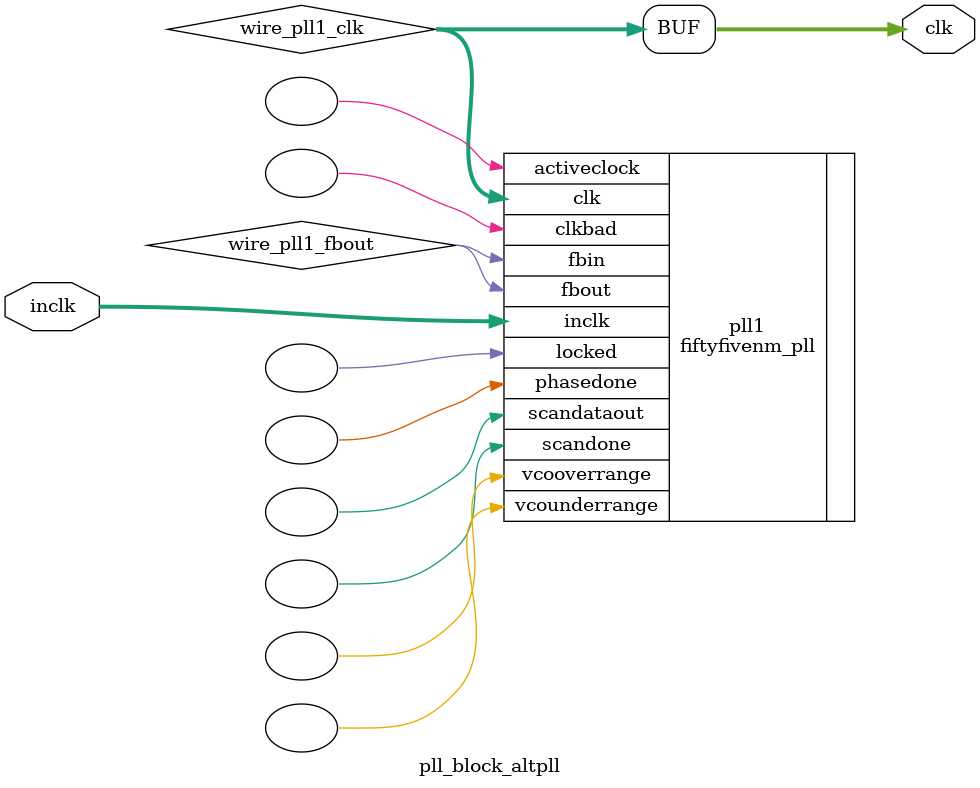
<source format=v>






//synthesis_resources = fiftyfivenm_pll 1 
//synopsys translate_off
`timescale 1 ps / 1 ps
//synopsys translate_on
module  pll_block_altpll
	( 
	clk,
	inclk) /* synthesis synthesis_clearbox=1 */;
	output   [4:0]  clk;
	input   [1:0]  inclk;
`ifndef ALTERA_RESERVED_QIS
// synopsys translate_off
`endif
	tri0   [1:0]  inclk;
`ifndef ALTERA_RESERVED_QIS
// synopsys translate_on
`endif

	wire  [4:0]   wire_pll1_clk;
	wire  wire_pll1_fbout;

	fiftyfivenm_pll   pll1
	( 
	.activeclock(),
	.clk(wire_pll1_clk),
	.clkbad(),
	.fbin(wire_pll1_fbout),
	.fbout(wire_pll1_fbout),
	.inclk(inclk),
	.locked(),
	.phasedone(),
	.scandataout(),
	.scandone(),
	.vcooverrange(),
	.vcounderrange()
	`ifndef FORMAL_VERIFICATION
	// synopsys translate_off
	`endif
	,
	.areset(1'b0),
	.clkswitch(1'b0),
	.configupdate(1'b0),
	.pfdena(1'b1),
	.phasecounterselect({3{1'b0}}),
	.phasestep(1'b0),
	.phaseupdown(1'b0),
	.scanclk(1'b0),
	.scanclkena(1'b1),
	.scandata(1'b0)
	`ifndef FORMAL_VERIFICATION
	// synopsys translate_on
	`endif
	);
	defparam
		pll1.bandwidth_type = "auto",
		pll1.clk0_divide_by = 2000,
		pll1.clk0_duty_cycle = 50,
		pll1.clk0_multiply_by = 1007,
		pll1.clk0_phase_shift = "0",
		pll1.compensate_clock = "clk0",
		pll1.inclk0_input_frequency = 20000,
		pll1.operation_mode = "normal",
		pll1.pll_type = "auto",
		pll1.lpm_type = "fiftyfivenm_pll";
	assign
		clk = {wire_pll1_clk[4:0]};
endmodule //pll_block_altpll
//VALID FILE

</source>
